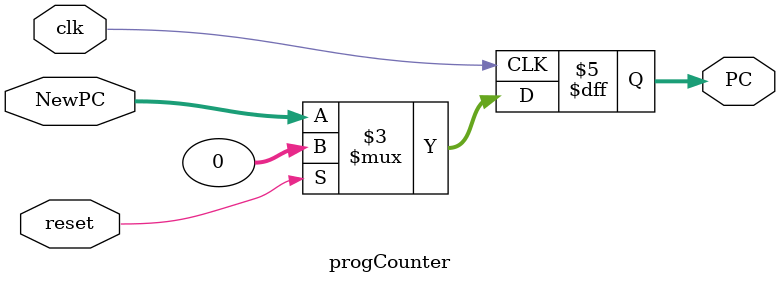
<source format=v>
module progCounter(clk,reset,NewPC,PC);
    input wire        clk,reset;
    input wire [31:0] NewPC;
    output reg [31:0] PC; // passa pra reg e seja feliz

    always @(posedge clk) begin
        if (reset)
            PC <= 32'h00000000;
        else
            PC <= NewPC;
    end

endmodule

</source>
